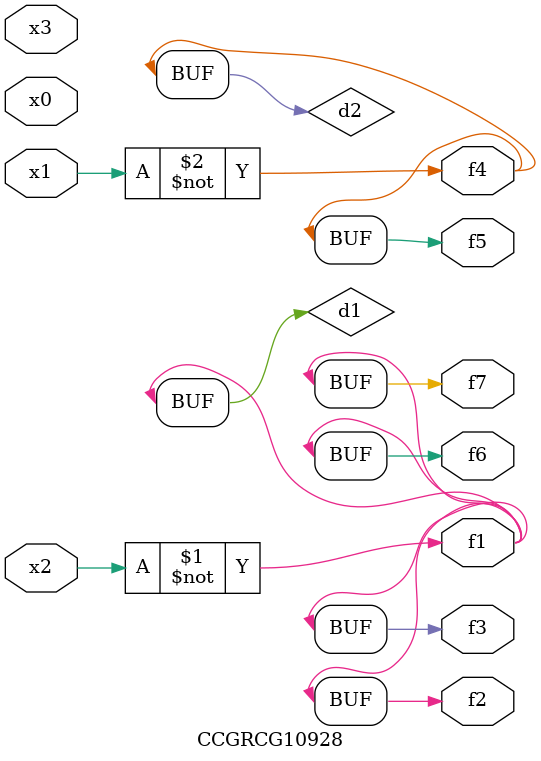
<source format=v>
module CCGRCG10928(
	input x0, x1, x2, x3,
	output f1, f2, f3, f4, f5, f6, f7
);

	wire d1, d2;

	xnor (d1, x2);
	not (d2, x1);
	assign f1 = d1;
	assign f2 = d1;
	assign f3 = d1;
	assign f4 = d2;
	assign f5 = d2;
	assign f6 = d1;
	assign f7 = d1;
endmodule

</source>
